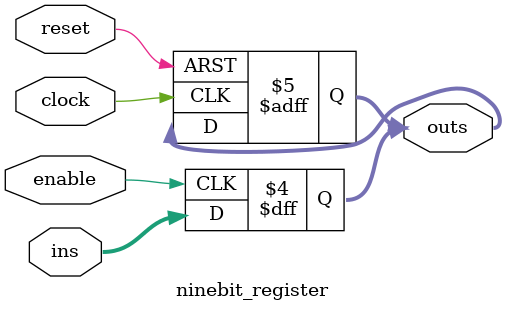
<source format=v>
module ninebit_register(clock, reset, enable, ins, outs);
	input clock, reset, enable;
	input [8:0] ins;
	output [8:0] outs;
	reg [8:0] outs;
	
	always @ (posedge clock or negedge reset) begin
		if (~reset)
			outs <= 9'd0;
	end
	
	always @ (posedge enable) begin
		if (enable) begin
			outs = ins;
		end
	end
	
	
endmodule
</source>
